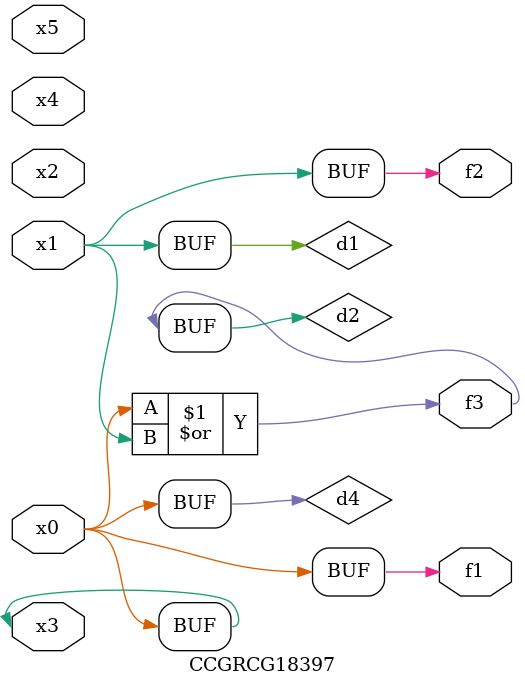
<source format=v>
module CCGRCG18397(
	input x0, x1, x2, x3, x4, x5,
	output f1, f2, f3
);

	wire d1, d2, d3, d4;

	and (d1, x1);
	or (d2, x0, x1);
	nand (d3, x0, x5);
	buf (d4, x0, x3);
	assign f1 = d4;
	assign f2 = d1;
	assign f3 = d2;
endmodule

</source>
